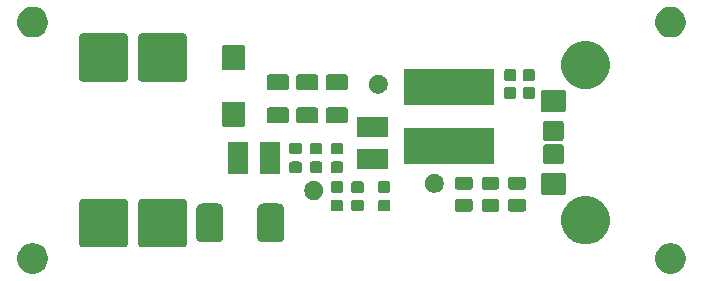
<source format=gbr>
G04 #@! TF.GenerationSoftware,KiCad,Pcbnew,5.0.2-bee76a0~70~ubuntu16.04.1*
G04 #@! TF.CreationDate,2019-02-21T23:56:22+01:00*
G04 #@! TF.ProjectId,24VDC_to_USB_voltage_converter,32345644-435f-4746-9f5f-5553425f766f,rev?*
G04 #@! TF.SameCoordinates,Original*
G04 #@! TF.FileFunction,Soldermask,Top*
G04 #@! TF.FilePolarity,Negative*
%FSLAX46Y46*%
G04 Gerber Fmt 4.6, Leading zero omitted, Abs format (unit mm)*
G04 Created by KiCad (PCBNEW 5.0.2-bee76a0~70~ubuntu16.04.1) date Thu 21 Feb 2019 11:56:22 PM CET*
%MOMM*%
%LPD*%
G01*
G04 APERTURE LIST*
%ADD10C,0.100000*%
G04 APERTURE END LIST*
D10*
G36*
X108379485Y-96498996D02*
X108379487Y-96498997D01*
X108379488Y-96498997D01*
X108497253Y-96547777D01*
X108616255Y-96597069D01*
X108829342Y-96739449D01*
X109010551Y-96920658D01*
X109152931Y-97133745D01*
X109251004Y-97370515D01*
X109301000Y-97621861D01*
X109301000Y-97878139D01*
X109251004Y-98129485D01*
X109152931Y-98366255D01*
X109010551Y-98579342D01*
X108829342Y-98760551D01*
X108829339Y-98760553D01*
X108616255Y-98902931D01*
X108379488Y-99001003D01*
X108379487Y-99001003D01*
X108379485Y-99001004D01*
X108128139Y-99051000D01*
X107871861Y-99051000D01*
X107620515Y-99001004D01*
X107620513Y-99001003D01*
X107620512Y-99001003D01*
X107383745Y-98902931D01*
X107170661Y-98760553D01*
X107170658Y-98760551D01*
X106989449Y-98579342D01*
X106847069Y-98366255D01*
X106748996Y-98129485D01*
X106699000Y-97878139D01*
X106699000Y-97621861D01*
X106748996Y-97370515D01*
X106847069Y-97133745D01*
X106989449Y-96920658D01*
X107170658Y-96739449D01*
X107383745Y-96597069D01*
X107502747Y-96547777D01*
X107620512Y-96498997D01*
X107620513Y-96498997D01*
X107620515Y-96498996D01*
X107871861Y-96449000D01*
X108128139Y-96449000D01*
X108379485Y-96498996D01*
X108379485Y-96498996D01*
G37*
G36*
X162379485Y-96498996D02*
X162379487Y-96498997D01*
X162379488Y-96498997D01*
X162497253Y-96547777D01*
X162616255Y-96597069D01*
X162829342Y-96739449D01*
X163010551Y-96920658D01*
X163152931Y-97133745D01*
X163251004Y-97370515D01*
X163301000Y-97621861D01*
X163301000Y-97878139D01*
X163251004Y-98129485D01*
X163152931Y-98366255D01*
X163010551Y-98579342D01*
X162829342Y-98760551D01*
X162829339Y-98760553D01*
X162616255Y-98902931D01*
X162379488Y-99001003D01*
X162379487Y-99001003D01*
X162379485Y-99001004D01*
X162128139Y-99051000D01*
X161871861Y-99051000D01*
X161620515Y-99001004D01*
X161620513Y-99001003D01*
X161620512Y-99001003D01*
X161383745Y-98902931D01*
X161170661Y-98760553D01*
X161170658Y-98760551D01*
X160989449Y-98579342D01*
X160847069Y-98366255D01*
X160748996Y-98129485D01*
X160699000Y-97878139D01*
X160699000Y-97621861D01*
X160748996Y-97370515D01*
X160847069Y-97133745D01*
X160989449Y-96920658D01*
X161170658Y-96739449D01*
X161383745Y-96597069D01*
X161502747Y-96547777D01*
X161620512Y-96498997D01*
X161620513Y-96498997D01*
X161620515Y-96498996D01*
X161871861Y-96449000D01*
X162128139Y-96449000D01*
X162379485Y-96498996D01*
X162379485Y-96498996D01*
G37*
G36*
X120801200Y-92705553D02*
X120859273Y-92723170D01*
X120912805Y-92751783D01*
X120959717Y-92790283D01*
X120998217Y-92837195D01*
X121026830Y-92890727D01*
X121044447Y-92948800D01*
X121051000Y-93015340D01*
X121051000Y-96484660D01*
X121044447Y-96551200D01*
X121026830Y-96609273D01*
X120998217Y-96662805D01*
X120959717Y-96709717D01*
X120912805Y-96748217D01*
X120859273Y-96776830D01*
X120801200Y-96794447D01*
X120734660Y-96801000D01*
X117265340Y-96801000D01*
X117198800Y-96794447D01*
X117140727Y-96776830D01*
X117087195Y-96748217D01*
X117040283Y-96709717D01*
X117001783Y-96662805D01*
X116973170Y-96609273D01*
X116955553Y-96551200D01*
X116949000Y-96484660D01*
X116949000Y-93015340D01*
X116955553Y-92948800D01*
X116973170Y-92890727D01*
X117001783Y-92837195D01*
X117040283Y-92790283D01*
X117087195Y-92751783D01*
X117140727Y-92723170D01*
X117198800Y-92705553D01*
X117265340Y-92699000D01*
X120734660Y-92699000D01*
X120801200Y-92705553D01*
X120801200Y-92705553D01*
G37*
G36*
X115801200Y-92705553D02*
X115859273Y-92723170D01*
X115912805Y-92751783D01*
X115959717Y-92790283D01*
X115998217Y-92837195D01*
X116026830Y-92890727D01*
X116044447Y-92948800D01*
X116051000Y-93015340D01*
X116051000Y-96484660D01*
X116044447Y-96551200D01*
X116026830Y-96609273D01*
X115998217Y-96662805D01*
X115959717Y-96709717D01*
X115912805Y-96748217D01*
X115859273Y-96776830D01*
X115801200Y-96794447D01*
X115734660Y-96801000D01*
X112265340Y-96801000D01*
X112198800Y-96794447D01*
X112140727Y-96776830D01*
X112087195Y-96748217D01*
X112040283Y-96709717D01*
X112001783Y-96662805D01*
X111973170Y-96609273D01*
X111955553Y-96551200D01*
X111949000Y-96484660D01*
X111949000Y-93015340D01*
X111955553Y-92948800D01*
X111973170Y-92890727D01*
X112001783Y-92837195D01*
X112040283Y-92790283D01*
X112087195Y-92751783D01*
X112140727Y-92723170D01*
X112198800Y-92705553D01*
X112265340Y-92699000D01*
X115734660Y-92699000D01*
X115801200Y-92705553D01*
X115801200Y-92705553D01*
G37*
G36*
X155398252Y-92547818D02*
X155398254Y-92547819D01*
X155398255Y-92547819D01*
X155771513Y-92702427D01*
X156023110Y-92870539D01*
X156107439Y-92926886D01*
X156393114Y-93212561D01*
X156393116Y-93212564D01*
X156617573Y-93548487D01*
X156772181Y-93921745D01*
X156851000Y-94317994D01*
X156851000Y-94722006D01*
X156772181Y-95118255D01*
X156617573Y-95491513D01*
X156617572Y-95491514D01*
X156393114Y-95827439D01*
X156107439Y-96113114D01*
X156107436Y-96113116D01*
X155771513Y-96337573D01*
X155398255Y-96492181D01*
X155398254Y-96492181D01*
X155398252Y-96492182D01*
X155002007Y-96571000D01*
X154597993Y-96571000D01*
X154201748Y-96492182D01*
X154201746Y-96492181D01*
X154201745Y-96492181D01*
X153828487Y-96337573D01*
X153492564Y-96113116D01*
X153492561Y-96113114D01*
X153206886Y-95827439D01*
X152982428Y-95491514D01*
X152982427Y-95491513D01*
X152827819Y-95118255D01*
X152749000Y-94722006D01*
X152749000Y-94317994D01*
X152827819Y-93921745D01*
X152982427Y-93548487D01*
X153206884Y-93212564D01*
X153206886Y-93212561D01*
X153492561Y-92926886D01*
X153576890Y-92870539D01*
X153828487Y-92702427D01*
X154201745Y-92547819D01*
X154201746Y-92547819D01*
X154201748Y-92547818D01*
X154597993Y-92469000D01*
X155002007Y-92469000D01*
X155398252Y-92547818D01*
X155398252Y-92547818D01*
G37*
G36*
X128887965Y-93109450D02*
X128984086Y-93138608D01*
X129072669Y-93185957D01*
X129150318Y-93249682D01*
X129214043Y-93327331D01*
X129261392Y-93415914D01*
X129290550Y-93512035D01*
X129301000Y-93618140D01*
X129301000Y-95881860D01*
X129290550Y-95987965D01*
X129261392Y-96084086D01*
X129214043Y-96172669D01*
X129150318Y-96250318D01*
X129072669Y-96314043D01*
X128984086Y-96361392D01*
X128887965Y-96390550D01*
X128781860Y-96401000D01*
X127518140Y-96401000D01*
X127412035Y-96390550D01*
X127315914Y-96361392D01*
X127227331Y-96314043D01*
X127149682Y-96250318D01*
X127085957Y-96172669D01*
X127038608Y-96084086D01*
X127009450Y-95987965D01*
X126999000Y-95881860D01*
X126999000Y-93618140D01*
X127009450Y-93512035D01*
X127038608Y-93415914D01*
X127085957Y-93327331D01*
X127149682Y-93249682D01*
X127227331Y-93185957D01*
X127315914Y-93138608D01*
X127412035Y-93109450D01*
X127518140Y-93099000D01*
X128781860Y-93099000D01*
X128887965Y-93109450D01*
X128887965Y-93109450D01*
G37*
G36*
X123737965Y-93109450D02*
X123834086Y-93138608D01*
X123922669Y-93185957D01*
X124000318Y-93249682D01*
X124064043Y-93327331D01*
X124111392Y-93415914D01*
X124140550Y-93512035D01*
X124151000Y-93618140D01*
X124151000Y-95881860D01*
X124140550Y-95987965D01*
X124111392Y-96084086D01*
X124064043Y-96172669D01*
X124000318Y-96250318D01*
X123922669Y-96314043D01*
X123834086Y-96361392D01*
X123737965Y-96390550D01*
X123631860Y-96401000D01*
X122368140Y-96401000D01*
X122262035Y-96390550D01*
X122165914Y-96361392D01*
X122077331Y-96314043D01*
X121999682Y-96250318D01*
X121935957Y-96172669D01*
X121888608Y-96084086D01*
X121859450Y-95987965D01*
X121849000Y-95881860D01*
X121849000Y-93618140D01*
X121859450Y-93512035D01*
X121888608Y-93415914D01*
X121935957Y-93327331D01*
X121999682Y-93249682D01*
X122077331Y-93185957D01*
X122165914Y-93138608D01*
X122262035Y-93109450D01*
X122368140Y-93099000D01*
X123631860Y-93099000D01*
X123737965Y-93109450D01*
X123737965Y-93109450D01*
G37*
G36*
X149584466Y-92728564D02*
X149623137Y-92740295D01*
X149658779Y-92759347D01*
X149690017Y-92784982D01*
X149715652Y-92816220D01*
X149734704Y-92851862D01*
X149746435Y-92890533D01*
X149751000Y-92936887D01*
X149751000Y-93588111D01*
X149746435Y-93634465D01*
X149734704Y-93673136D01*
X149715652Y-93708778D01*
X149690017Y-93740016D01*
X149658779Y-93765651D01*
X149623137Y-93784703D01*
X149584466Y-93796434D01*
X149538112Y-93800999D01*
X148461888Y-93800999D01*
X148415534Y-93796434D01*
X148376863Y-93784703D01*
X148341221Y-93765651D01*
X148309983Y-93740016D01*
X148284348Y-93708778D01*
X148265296Y-93673136D01*
X148253565Y-93634465D01*
X148249000Y-93588111D01*
X148249000Y-92936887D01*
X148253565Y-92890533D01*
X148265296Y-92851862D01*
X148284348Y-92816220D01*
X148309983Y-92784982D01*
X148341221Y-92759347D01*
X148376863Y-92740295D01*
X148415534Y-92728564D01*
X148461888Y-92723999D01*
X149538112Y-92723999D01*
X149584466Y-92728564D01*
X149584466Y-92728564D01*
G37*
G36*
X147334466Y-92728564D02*
X147373137Y-92740295D01*
X147408779Y-92759347D01*
X147440017Y-92784982D01*
X147465652Y-92816220D01*
X147484704Y-92851862D01*
X147496435Y-92890533D01*
X147501000Y-92936887D01*
X147501000Y-93588111D01*
X147496435Y-93634465D01*
X147484704Y-93673136D01*
X147465652Y-93708778D01*
X147440017Y-93740016D01*
X147408779Y-93765651D01*
X147373137Y-93784703D01*
X147334466Y-93796434D01*
X147288112Y-93800999D01*
X146211888Y-93800999D01*
X146165534Y-93796434D01*
X146126863Y-93784703D01*
X146091221Y-93765651D01*
X146059983Y-93740016D01*
X146034348Y-93708778D01*
X146015296Y-93673136D01*
X146003565Y-93634465D01*
X145999000Y-93588111D01*
X145999000Y-92936887D01*
X146003565Y-92890533D01*
X146015296Y-92851862D01*
X146034348Y-92816220D01*
X146059983Y-92784982D01*
X146091221Y-92759347D01*
X146126863Y-92740295D01*
X146165534Y-92728564D01*
X146211888Y-92723999D01*
X147288112Y-92723999D01*
X147334466Y-92728564D01*
X147334466Y-92728564D01*
G37*
G36*
X145084466Y-92728564D02*
X145123137Y-92740295D01*
X145158779Y-92759347D01*
X145190017Y-92784982D01*
X145215652Y-92816220D01*
X145234704Y-92851862D01*
X145246435Y-92890533D01*
X145251000Y-92936887D01*
X145251000Y-93588111D01*
X145246435Y-93634465D01*
X145234704Y-93673136D01*
X145215652Y-93708778D01*
X145190017Y-93740016D01*
X145158779Y-93765651D01*
X145123137Y-93784703D01*
X145084466Y-93796434D01*
X145038112Y-93800999D01*
X143961888Y-93800999D01*
X143915534Y-93796434D01*
X143876863Y-93784703D01*
X143841221Y-93765651D01*
X143809983Y-93740016D01*
X143784348Y-93708778D01*
X143765296Y-93673136D01*
X143753565Y-93634465D01*
X143749000Y-93588111D01*
X143749000Y-92936887D01*
X143753565Y-92890533D01*
X143765296Y-92851862D01*
X143784348Y-92816220D01*
X143809983Y-92784982D01*
X143841221Y-92759347D01*
X143876863Y-92740295D01*
X143915534Y-92728564D01*
X143961888Y-92723999D01*
X145038112Y-92723999D01*
X145084466Y-92728564D01*
X145084466Y-92728564D01*
G37*
G36*
X135879591Y-92803085D02*
X135913569Y-92813393D01*
X135944887Y-92830133D01*
X135972339Y-92852661D01*
X135994867Y-92880113D01*
X136011607Y-92911431D01*
X136021915Y-92945409D01*
X136026000Y-92986890D01*
X136026000Y-93588110D01*
X136021915Y-93629591D01*
X136011607Y-93663569D01*
X135994867Y-93694887D01*
X135972339Y-93722339D01*
X135944887Y-93744867D01*
X135913569Y-93761607D01*
X135879591Y-93771915D01*
X135838110Y-93776000D01*
X135161890Y-93776000D01*
X135120409Y-93771915D01*
X135086431Y-93761607D01*
X135055113Y-93744867D01*
X135027661Y-93722339D01*
X135005133Y-93694887D01*
X134988393Y-93663569D01*
X134978085Y-93629591D01*
X134974000Y-93588110D01*
X134974000Y-92986890D01*
X134978085Y-92945409D01*
X134988393Y-92911431D01*
X135005133Y-92880113D01*
X135027661Y-92852661D01*
X135055113Y-92830133D01*
X135086431Y-92813393D01*
X135120409Y-92803085D01*
X135161890Y-92799000D01*
X135838110Y-92799000D01*
X135879591Y-92803085D01*
X135879591Y-92803085D01*
G37*
G36*
X138129591Y-92803085D02*
X138163569Y-92813393D01*
X138194887Y-92830133D01*
X138222339Y-92852661D01*
X138244867Y-92880113D01*
X138261607Y-92911431D01*
X138271915Y-92945409D01*
X138276000Y-92986890D01*
X138276000Y-93588110D01*
X138271915Y-93629591D01*
X138261607Y-93663569D01*
X138244867Y-93694887D01*
X138222339Y-93722339D01*
X138194887Y-93744867D01*
X138163569Y-93761607D01*
X138129591Y-93771915D01*
X138088110Y-93776000D01*
X137411890Y-93776000D01*
X137370409Y-93771915D01*
X137336431Y-93761607D01*
X137305113Y-93744867D01*
X137277661Y-93722339D01*
X137255133Y-93694887D01*
X137238393Y-93663569D01*
X137228085Y-93629591D01*
X137224000Y-93588110D01*
X137224000Y-92986890D01*
X137228085Y-92945409D01*
X137238393Y-92911431D01*
X137255133Y-92880113D01*
X137277661Y-92852661D01*
X137305113Y-92830133D01*
X137336431Y-92813393D01*
X137370409Y-92803085D01*
X137411890Y-92799000D01*
X138088110Y-92799000D01*
X138129591Y-92803085D01*
X138129591Y-92803085D01*
G37*
G36*
X134129591Y-92803085D02*
X134163569Y-92813393D01*
X134194887Y-92830133D01*
X134222339Y-92852661D01*
X134244867Y-92880113D01*
X134261607Y-92911431D01*
X134271915Y-92945409D01*
X134276000Y-92986890D01*
X134276000Y-93588110D01*
X134271915Y-93629591D01*
X134261607Y-93663569D01*
X134244867Y-93694887D01*
X134222339Y-93722339D01*
X134194887Y-93744867D01*
X134163569Y-93761607D01*
X134129591Y-93771915D01*
X134088110Y-93776000D01*
X133411890Y-93776000D01*
X133370409Y-93771915D01*
X133336431Y-93761607D01*
X133305113Y-93744867D01*
X133277661Y-93722339D01*
X133255133Y-93694887D01*
X133238393Y-93663569D01*
X133228085Y-93629591D01*
X133224000Y-93588110D01*
X133224000Y-92986890D01*
X133228085Y-92945409D01*
X133238393Y-92911431D01*
X133255133Y-92880113D01*
X133277661Y-92852661D01*
X133305113Y-92830133D01*
X133336431Y-92813393D01*
X133370409Y-92803085D01*
X133411890Y-92799000D01*
X134088110Y-92799000D01*
X134129591Y-92803085D01*
X134129591Y-92803085D01*
G37*
G36*
X132033643Y-91229781D02*
X132179415Y-91290162D01*
X132310611Y-91377824D01*
X132422176Y-91489389D01*
X132509838Y-91620585D01*
X132570219Y-91766357D01*
X132601000Y-91921107D01*
X132601000Y-92078893D01*
X132570219Y-92233643D01*
X132509838Y-92379415D01*
X132422176Y-92510611D01*
X132310611Y-92622176D01*
X132179415Y-92709838D01*
X132033643Y-92770219D01*
X131878893Y-92801000D01*
X131721107Y-92801000D01*
X131566357Y-92770219D01*
X131420585Y-92709838D01*
X131289389Y-92622176D01*
X131177824Y-92510611D01*
X131090162Y-92379415D01*
X131029781Y-92233643D01*
X130999000Y-92078893D01*
X130999000Y-91921107D01*
X131029781Y-91766357D01*
X131090162Y-91620585D01*
X131177824Y-91489389D01*
X131289389Y-91377824D01*
X131420585Y-91290162D01*
X131566357Y-91229781D01*
X131721107Y-91199000D01*
X131878893Y-91199000D01*
X132033643Y-91229781D01*
X132033643Y-91229781D01*
G37*
G36*
X152981669Y-90503394D02*
X153018664Y-90514616D01*
X153052754Y-90532838D01*
X153082638Y-90557362D01*
X153107162Y-90587246D01*
X153125384Y-90621336D01*
X153136606Y-90658331D01*
X153141000Y-90702941D01*
X153141000Y-92197059D01*
X153136606Y-92241669D01*
X153125384Y-92278664D01*
X153107162Y-92312754D01*
X153082638Y-92342638D01*
X153052754Y-92367162D01*
X153018664Y-92385384D01*
X152981669Y-92396606D01*
X152937059Y-92401000D01*
X151242941Y-92401000D01*
X151198331Y-92396606D01*
X151161336Y-92385384D01*
X151127246Y-92367162D01*
X151097362Y-92342638D01*
X151072838Y-92312754D01*
X151054616Y-92278664D01*
X151043394Y-92241669D01*
X151039000Y-92197059D01*
X151039000Y-90702941D01*
X151043394Y-90658331D01*
X151054616Y-90621336D01*
X151072838Y-90587246D01*
X151097362Y-90557362D01*
X151127246Y-90532838D01*
X151161336Y-90514616D01*
X151198331Y-90503394D01*
X151242941Y-90499000D01*
X152937059Y-90499000D01*
X152981669Y-90503394D01*
X152981669Y-90503394D01*
G37*
G36*
X134129591Y-91228085D02*
X134163569Y-91238393D01*
X134194887Y-91255133D01*
X134222339Y-91277661D01*
X134244867Y-91305113D01*
X134261607Y-91336431D01*
X134271915Y-91370409D01*
X134276000Y-91411890D01*
X134276000Y-92013110D01*
X134271915Y-92054591D01*
X134261607Y-92088569D01*
X134244867Y-92119887D01*
X134222339Y-92147339D01*
X134194887Y-92169867D01*
X134163569Y-92186607D01*
X134129591Y-92196915D01*
X134088110Y-92201000D01*
X133411890Y-92201000D01*
X133370409Y-92196915D01*
X133336431Y-92186607D01*
X133305113Y-92169867D01*
X133277661Y-92147339D01*
X133255133Y-92119887D01*
X133238393Y-92088569D01*
X133228085Y-92054591D01*
X133224000Y-92013110D01*
X133224000Y-91411890D01*
X133228085Y-91370409D01*
X133238393Y-91336431D01*
X133255133Y-91305113D01*
X133277661Y-91277661D01*
X133305113Y-91255133D01*
X133336431Y-91238393D01*
X133370409Y-91228085D01*
X133411890Y-91224000D01*
X134088110Y-91224000D01*
X134129591Y-91228085D01*
X134129591Y-91228085D01*
G37*
G36*
X142233643Y-90629781D02*
X142379415Y-90690162D01*
X142510611Y-90777824D01*
X142622176Y-90889389D01*
X142709838Y-91020585D01*
X142770219Y-91166357D01*
X142801000Y-91321107D01*
X142801000Y-91478893D01*
X142770219Y-91633643D01*
X142709838Y-91779415D01*
X142622176Y-91910611D01*
X142510611Y-92022176D01*
X142379415Y-92109838D01*
X142233643Y-92170219D01*
X142078893Y-92201000D01*
X141921107Y-92201000D01*
X141766357Y-92170219D01*
X141620585Y-92109838D01*
X141489389Y-92022176D01*
X141377824Y-91910611D01*
X141290162Y-91779415D01*
X141229781Y-91633643D01*
X141199000Y-91478893D01*
X141199000Y-91321107D01*
X141229781Y-91166357D01*
X141290162Y-91020585D01*
X141377824Y-90889389D01*
X141489389Y-90777824D01*
X141620585Y-90690162D01*
X141766357Y-90629781D01*
X141921107Y-90599000D01*
X142078893Y-90599000D01*
X142233643Y-90629781D01*
X142233643Y-90629781D01*
G37*
G36*
X138129591Y-91228085D02*
X138163569Y-91238393D01*
X138194887Y-91255133D01*
X138222339Y-91277661D01*
X138244867Y-91305113D01*
X138261607Y-91336431D01*
X138271915Y-91370409D01*
X138276000Y-91411890D01*
X138276000Y-92013110D01*
X138271915Y-92054591D01*
X138261607Y-92088569D01*
X138244867Y-92119887D01*
X138222339Y-92147339D01*
X138194887Y-92169867D01*
X138163569Y-92186607D01*
X138129591Y-92196915D01*
X138088110Y-92201000D01*
X137411890Y-92201000D01*
X137370409Y-92196915D01*
X137336431Y-92186607D01*
X137305113Y-92169867D01*
X137277661Y-92147339D01*
X137255133Y-92119887D01*
X137238393Y-92088569D01*
X137228085Y-92054591D01*
X137224000Y-92013110D01*
X137224000Y-91411890D01*
X137228085Y-91370409D01*
X137238393Y-91336431D01*
X137255133Y-91305113D01*
X137277661Y-91277661D01*
X137305113Y-91255133D01*
X137336431Y-91238393D01*
X137370409Y-91228085D01*
X137411890Y-91224000D01*
X138088110Y-91224000D01*
X138129591Y-91228085D01*
X138129591Y-91228085D01*
G37*
G36*
X135879591Y-91228085D02*
X135913569Y-91238393D01*
X135944887Y-91255133D01*
X135972339Y-91277661D01*
X135994867Y-91305113D01*
X136011607Y-91336431D01*
X136021915Y-91370409D01*
X136026000Y-91411890D01*
X136026000Y-92013110D01*
X136021915Y-92054591D01*
X136011607Y-92088569D01*
X135994867Y-92119887D01*
X135972339Y-92147339D01*
X135944887Y-92169867D01*
X135913569Y-92186607D01*
X135879591Y-92196915D01*
X135838110Y-92201000D01*
X135161890Y-92201000D01*
X135120409Y-92196915D01*
X135086431Y-92186607D01*
X135055113Y-92169867D01*
X135027661Y-92147339D01*
X135005133Y-92119887D01*
X134988393Y-92088569D01*
X134978085Y-92054591D01*
X134974000Y-92013110D01*
X134974000Y-91411890D01*
X134978085Y-91370409D01*
X134988393Y-91336431D01*
X135005133Y-91305113D01*
X135027661Y-91277661D01*
X135055113Y-91255133D01*
X135086431Y-91238393D01*
X135120409Y-91228085D01*
X135161890Y-91224000D01*
X135838110Y-91224000D01*
X135879591Y-91228085D01*
X135879591Y-91228085D01*
G37*
G36*
X145084466Y-90853564D02*
X145123137Y-90865295D01*
X145158779Y-90884347D01*
X145190017Y-90909982D01*
X145215652Y-90941220D01*
X145234704Y-90976862D01*
X145246435Y-91015533D01*
X145251000Y-91061887D01*
X145251000Y-91713111D01*
X145246435Y-91759465D01*
X145234704Y-91798136D01*
X145215652Y-91833778D01*
X145190017Y-91865016D01*
X145158779Y-91890651D01*
X145123137Y-91909703D01*
X145084466Y-91921434D01*
X145038112Y-91925999D01*
X143961888Y-91925999D01*
X143915534Y-91921434D01*
X143876863Y-91909703D01*
X143841221Y-91890651D01*
X143809983Y-91865016D01*
X143784348Y-91833778D01*
X143765296Y-91798136D01*
X143753565Y-91759465D01*
X143749000Y-91713111D01*
X143749000Y-91061887D01*
X143753565Y-91015533D01*
X143765296Y-90976862D01*
X143784348Y-90941220D01*
X143809983Y-90909982D01*
X143841221Y-90884347D01*
X143876863Y-90865295D01*
X143915534Y-90853564D01*
X143961888Y-90848999D01*
X145038112Y-90848999D01*
X145084466Y-90853564D01*
X145084466Y-90853564D01*
G37*
G36*
X147334466Y-90853564D02*
X147373137Y-90865295D01*
X147408779Y-90884347D01*
X147440017Y-90909982D01*
X147465652Y-90941220D01*
X147484704Y-90976862D01*
X147496435Y-91015533D01*
X147501000Y-91061887D01*
X147501000Y-91713111D01*
X147496435Y-91759465D01*
X147484704Y-91798136D01*
X147465652Y-91833778D01*
X147440017Y-91865016D01*
X147408779Y-91890651D01*
X147373137Y-91909703D01*
X147334466Y-91921434D01*
X147288112Y-91925999D01*
X146211888Y-91925999D01*
X146165534Y-91921434D01*
X146126863Y-91909703D01*
X146091221Y-91890651D01*
X146059983Y-91865016D01*
X146034348Y-91833778D01*
X146015296Y-91798136D01*
X146003565Y-91759465D01*
X145999000Y-91713111D01*
X145999000Y-91061887D01*
X146003565Y-91015533D01*
X146015296Y-90976862D01*
X146034348Y-90941220D01*
X146059983Y-90909982D01*
X146091221Y-90884347D01*
X146126863Y-90865295D01*
X146165534Y-90853564D01*
X146211888Y-90848999D01*
X147288112Y-90848999D01*
X147334466Y-90853564D01*
X147334466Y-90853564D01*
G37*
G36*
X149584466Y-90853564D02*
X149623137Y-90865295D01*
X149658779Y-90884347D01*
X149690017Y-90909982D01*
X149715652Y-90941220D01*
X149734704Y-90976862D01*
X149746435Y-91015533D01*
X149751000Y-91061887D01*
X149751000Y-91713111D01*
X149746435Y-91759465D01*
X149734704Y-91798136D01*
X149715652Y-91833778D01*
X149690017Y-91865016D01*
X149658779Y-91890651D01*
X149623137Y-91909703D01*
X149584466Y-91921434D01*
X149538112Y-91925999D01*
X148461888Y-91925999D01*
X148415534Y-91921434D01*
X148376863Y-91909703D01*
X148341221Y-91890651D01*
X148309983Y-91865016D01*
X148284348Y-91833778D01*
X148265296Y-91798136D01*
X148253565Y-91759465D01*
X148249000Y-91713111D01*
X148249000Y-91061887D01*
X148253565Y-91015533D01*
X148265296Y-90976862D01*
X148284348Y-90941220D01*
X148309983Y-90909982D01*
X148341221Y-90884347D01*
X148376863Y-90865295D01*
X148415534Y-90853564D01*
X148461888Y-90848999D01*
X149538112Y-90848999D01*
X149584466Y-90853564D01*
X149584466Y-90853564D01*
G37*
G36*
X126231000Y-90576000D02*
X124569000Y-90576000D01*
X124569000Y-87924000D01*
X126231000Y-87924000D01*
X126231000Y-90576000D01*
X126231000Y-90576000D01*
G37*
G36*
X128931000Y-90576000D02*
X127269000Y-90576000D01*
X127269000Y-87924000D01*
X128931000Y-87924000D01*
X128931000Y-90576000D01*
X128931000Y-90576000D01*
G37*
G36*
X134129591Y-89553085D02*
X134163569Y-89563393D01*
X134194887Y-89580133D01*
X134222339Y-89602661D01*
X134244867Y-89630113D01*
X134261607Y-89661431D01*
X134271915Y-89695409D01*
X134276000Y-89736890D01*
X134276000Y-90338110D01*
X134271915Y-90379591D01*
X134261607Y-90413569D01*
X134244867Y-90444887D01*
X134222339Y-90472339D01*
X134194887Y-90494867D01*
X134163569Y-90511607D01*
X134129591Y-90521915D01*
X134088110Y-90526000D01*
X133411890Y-90526000D01*
X133370409Y-90521915D01*
X133336431Y-90511607D01*
X133305113Y-90494867D01*
X133277661Y-90472339D01*
X133255133Y-90444887D01*
X133238393Y-90413569D01*
X133228085Y-90379591D01*
X133224000Y-90338110D01*
X133224000Y-89736890D01*
X133228085Y-89695409D01*
X133238393Y-89661431D01*
X133255133Y-89630113D01*
X133277661Y-89602661D01*
X133305113Y-89580133D01*
X133336431Y-89563393D01*
X133370409Y-89553085D01*
X133411890Y-89549000D01*
X134088110Y-89549000D01*
X134129591Y-89553085D01*
X134129591Y-89553085D01*
G37*
G36*
X130629591Y-89553085D02*
X130663569Y-89563393D01*
X130694887Y-89580133D01*
X130722339Y-89602661D01*
X130744867Y-89630113D01*
X130761607Y-89661431D01*
X130771915Y-89695409D01*
X130776000Y-89736890D01*
X130776000Y-90338110D01*
X130771915Y-90379591D01*
X130761607Y-90413569D01*
X130744867Y-90444887D01*
X130722339Y-90472339D01*
X130694887Y-90494867D01*
X130663569Y-90511607D01*
X130629591Y-90521915D01*
X130588110Y-90526000D01*
X129911890Y-90526000D01*
X129870409Y-90521915D01*
X129836431Y-90511607D01*
X129805113Y-90494867D01*
X129777661Y-90472339D01*
X129755133Y-90444887D01*
X129738393Y-90413569D01*
X129728085Y-90379591D01*
X129724000Y-90338110D01*
X129724000Y-89736890D01*
X129728085Y-89695409D01*
X129738393Y-89661431D01*
X129755133Y-89630113D01*
X129777661Y-89602661D01*
X129805113Y-89580133D01*
X129836431Y-89563393D01*
X129870409Y-89553085D01*
X129911890Y-89549000D01*
X130588110Y-89549000D01*
X130629591Y-89553085D01*
X130629591Y-89553085D01*
G37*
G36*
X132379591Y-89553085D02*
X132413569Y-89563393D01*
X132444887Y-89580133D01*
X132472339Y-89602661D01*
X132494867Y-89630113D01*
X132511607Y-89661431D01*
X132521915Y-89695409D01*
X132526000Y-89736890D01*
X132526000Y-90338110D01*
X132521915Y-90379591D01*
X132511607Y-90413569D01*
X132494867Y-90444887D01*
X132472339Y-90472339D01*
X132444887Y-90494867D01*
X132413569Y-90511607D01*
X132379591Y-90521915D01*
X132338110Y-90526000D01*
X131661890Y-90526000D01*
X131620409Y-90521915D01*
X131586431Y-90511607D01*
X131555113Y-90494867D01*
X131527661Y-90472339D01*
X131505133Y-90444887D01*
X131488393Y-90413569D01*
X131478085Y-90379591D01*
X131474000Y-90338110D01*
X131474000Y-89736890D01*
X131478085Y-89695409D01*
X131488393Y-89661431D01*
X131505133Y-89630113D01*
X131527661Y-89602661D01*
X131555113Y-89580133D01*
X131586431Y-89563393D01*
X131620409Y-89553085D01*
X131661890Y-89549000D01*
X132338110Y-89549000D01*
X132379591Y-89553085D01*
X132379591Y-89553085D01*
G37*
G36*
X138076000Y-90181000D02*
X135424000Y-90181000D01*
X135424000Y-88519000D01*
X138076000Y-88519000D01*
X138076000Y-90181000D01*
X138076000Y-90181000D01*
G37*
G36*
X152805816Y-88102817D02*
X152837184Y-88112332D01*
X152866090Y-88127783D01*
X152891425Y-88148575D01*
X152912217Y-88173910D01*
X152927668Y-88202816D01*
X152937183Y-88234184D01*
X152941000Y-88272940D01*
X152941000Y-89627060D01*
X152937183Y-89665816D01*
X152927668Y-89697184D01*
X152912217Y-89726090D01*
X152891425Y-89751425D01*
X152866090Y-89772217D01*
X152837184Y-89787668D01*
X152805816Y-89797183D01*
X152767060Y-89801000D01*
X151412940Y-89801000D01*
X151374184Y-89797183D01*
X151342816Y-89787668D01*
X151313910Y-89772217D01*
X151288575Y-89751425D01*
X151267783Y-89726090D01*
X151252332Y-89697184D01*
X151242817Y-89665816D01*
X151239000Y-89627060D01*
X151239000Y-88272940D01*
X151242817Y-88234184D01*
X151252332Y-88202816D01*
X151267783Y-88173910D01*
X151288575Y-88148575D01*
X151313910Y-88127783D01*
X151342816Y-88112332D01*
X151374184Y-88102817D01*
X151412940Y-88099000D01*
X152767060Y-88099000D01*
X152805816Y-88102817D01*
X152805816Y-88102817D01*
G37*
G36*
X147051000Y-89801000D02*
X139449000Y-89801000D01*
X139449000Y-86699000D01*
X147051000Y-86699000D01*
X147051000Y-89801000D01*
X147051000Y-89801000D01*
G37*
G36*
X130629591Y-87978085D02*
X130663569Y-87988393D01*
X130694887Y-88005133D01*
X130722339Y-88027661D01*
X130744867Y-88055113D01*
X130761607Y-88086431D01*
X130771915Y-88120409D01*
X130776000Y-88161890D01*
X130776000Y-88763110D01*
X130771915Y-88804591D01*
X130761607Y-88838569D01*
X130744867Y-88869887D01*
X130722339Y-88897339D01*
X130694887Y-88919867D01*
X130663569Y-88936607D01*
X130629591Y-88946915D01*
X130588110Y-88951000D01*
X129911890Y-88951000D01*
X129870409Y-88946915D01*
X129836431Y-88936607D01*
X129805113Y-88919867D01*
X129777661Y-88897339D01*
X129755133Y-88869887D01*
X129738393Y-88838569D01*
X129728085Y-88804591D01*
X129724000Y-88763110D01*
X129724000Y-88161890D01*
X129728085Y-88120409D01*
X129738393Y-88086431D01*
X129755133Y-88055113D01*
X129777661Y-88027661D01*
X129805113Y-88005133D01*
X129836431Y-87988393D01*
X129870409Y-87978085D01*
X129911890Y-87974000D01*
X130588110Y-87974000D01*
X130629591Y-87978085D01*
X130629591Y-87978085D01*
G37*
G36*
X132379591Y-87978085D02*
X132413569Y-87988393D01*
X132444887Y-88005133D01*
X132472339Y-88027661D01*
X132494867Y-88055113D01*
X132511607Y-88086431D01*
X132521915Y-88120409D01*
X132526000Y-88161890D01*
X132526000Y-88763110D01*
X132521915Y-88804591D01*
X132511607Y-88838569D01*
X132494867Y-88869887D01*
X132472339Y-88897339D01*
X132444887Y-88919867D01*
X132413569Y-88936607D01*
X132379591Y-88946915D01*
X132338110Y-88951000D01*
X131661890Y-88951000D01*
X131620409Y-88946915D01*
X131586431Y-88936607D01*
X131555113Y-88919867D01*
X131527661Y-88897339D01*
X131505133Y-88869887D01*
X131488393Y-88838569D01*
X131478085Y-88804591D01*
X131474000Y-88763110D01*
X131474000Y-88161890D01*
X131478085Y-88120409D01*
X131488393Y-88086431D01*
X131505133Y-88055113D01*
X131527661Y-88027661D01*
X131555113Y-88005133D01*
X131586431Y-87988393D01*
X131620409Y-87978085D01*
X131661890Y-87974000D01*
X132338110Y-87974000D01*
X132379591Y-87978085D01*
X132379591Y-87978085D01*
G37*
G36*
X134129591Y-87978085D02*
X134163569Y-87988393D01*
X134194887Y-88005133D01*
X134222339Y-88027661D01*
X134244867Y-88055113D01*
X134261607Y-88086431D01*
X134271915Y-88120409D01*
X134276000Y-88161890D01*
X134276000Y-88763110D01*
X134271915Y-88804591D01*
X134261607Y-88838569D01*
X134244867Y-88869887D01*
X134222339Y-88897339D01*
X134194887Y-88919867D01*
X134163569Y-88936607D01*
X134129591Y-88946915D01*
X134088110Y-88951000D01*
X133411890Y-88951000D01*
X133370409Y-88946915D01*
X133336431Y-88936607D01*
X133305113Y-88919867D01*
X133277661Y-88897339D01*
X133255133Y-88869887D01*
X133238393Y-88838569D01*
X133228085Y-88804591D01*
X133224000Y-88763110D01*
X133224000Y-88161890D01*
X133228085Y-88120409D01*
X133238393Y-88086431D01*
X133255133Y-88055113D01*
X133277661Y-88027661D01*
X133305113Y-88005133D01*
X133336431Y-87988393D01*
X133370409Y-87978085D01*
X133411890Y-87974000D01*
X134088110Y-87974000D01*
X134129591Y-87978085D01*
X134129591Y-87978085D01*
G37*
G36*
X152805816Y-86102817D02*
X152837184Y-86112332D01*
X152866090Y-86127783D01*
X152891425Y-86148575D01*
X152912217Y-86173910D01*
X152927668Y-86202816D01*
X152937183Y-86234184D01*
X152941000Y-86272940D01*
X152941000Y-87627060D01*
X152937183Y-87665816D01*
X152927668Y-87697184D01*
X152912217Y-87726090D01*
X152891425Y-87751425D01*
X152866090Y-87772217D01*
X152837184Y-87787668D01*
X152805816Y-87797183D01*
X152767060Y-87801000D01*
X151412940Y-87801000D01*
X151374184Y-87797183D01*
X151342816Y-87787668D01*
X151313910Y-87772217D01*
X151288575Y-87751425D01*
X151267783Y-87726090D01*
X151252332Y-87697184D01*
X151242817Y-87665816D01*
X151239000Y-87627060D01*
X151239000Y-86272940D01*
X151242817Y-86234184D01*
X151252332Y-86202816D01*
X151267783Y-86173910D01*
X151288575Y-86148575D01*
X151313910Y-86127783D01*
X151342816Y-86112332D01*
X151374184Y-86102817D01*
X151412940Y-86099000D01*
X152767060Y-86099000D01*
X152805816Y-86102817D01*
X152805816Y-86102817D01*
G37*
G36*
X138076000Y-87481000D02*
X135424000Y-87481000D01*
X135424000Y-85819000D01*
X138076000Y-85819000D01*
X138076000Y-87481000D01*
X138076000Y-87481000D01*
G37*
G36*
X125878277Y-84501326D02*
X125895087Y-84506425D01*
X125910578Y-84514706D01*
X125924153Y-84525847D01*
X125935294Y-84539422D01*
X125943575Y-84554913D01*
X125948674Y-84571723D01*
X125951000Y-84595340D01*
X125951000Y-86504660D01*
X125948674Y-86528277D01*
X125943575Y-86545087D01*
X125935294Y-86560578D01*
X125924153Y-86574153D01*
X125910578Y-86585294D01*
X125895087Y-86593575D01*
X125878277Y-86598674D01*
X125854660Y-86601000D01*
X124145340Y-86601000D01*
X124121723Y-86598674D01*
X124104913Y-86593575D01*
X124089422Y-86585294D01*
X124075847Y-86574153D01*
X124064706Y-86560578D01*
X124056425Y-86545087D01*
X124051326Y-86528277D01*
X124049000Y-86504660D01*
X124049000Y-84595340D01*
X124051326Y-84571723D01*
X124056425Y-84554913D01*
X124064706Y-84539422D01*
X124075847Y-84525847D01*
X124089422Y-84514706D01*
X124104913Y-84506425D01*
X124121723Y-84501326D01*
X124145340Y-84499000D01*
X125854660Y-84499000D01*
X125878277Y-84501326D01*
X125878277Y-84501326D01*
G37*
G36*
X134518604Y-84978347D02*
X134555145Y-84989432D01*
X134588820Y-85007431D01*
X134618341Y-85031659D01*
X134642569Y-85061180D01*
X134660568Y-85094855D01*
X134671653Y-85131396D01*
X134676000Y-85175538D01*
X134676000Y-86124462D01*
X134671653Y-86168604D01*
X134660568Y-86205145D01*
X134642569Y-86238820D01*
X134618341Y-86268341D01*
X134588820Y-86292569D01*
X134555145Y-86310568D01*
X134518604Y-86321653D01*
X134474462Y-86326000D01*
X133025538Y-86326000D01*
X132981396Y-86321653D01*
X132944855Y-86310568D01*
X132911180Y-86292569D01*
X132881659Y-86268341D01*
X132857431Y-86238820D01*
X132839432Y-86205145D01*
X132828347Y-86168604D01*
X132824000Y-86124462D01*
X132824000Y-85175538D01*
X132828347Y-85131396D01*
X132839432Y-85094855D01*
X132857431Y-85061180D01*
X132881659Y-85031659D01*
X132911180Y-85007431D01*
X132944855Y-84989432D01*
X132981396Y-84978347D01*
X133025538Y-84974000D01*
X134474462Y-84974000D01*
X134518604Y-84978347D01*
X134518604Y-84978347D01*
G37*
G36*
X129518604Y-84978347D02*
X129555145Y-84989432D01*
X129588820Y-85007431D01*
X129618341Y-85031659D01*
X129642569Y-85061180D01*
X129660568Y-85094855D01*
X129671653Y-85131396D01*
X129676000Y-85175538D01*
X129676000Y-86124462D01*
X129671653Y-86168604D01*
X129660568Y-86205145D01*
X129642569Y-86238820D01*
X129618341Y-86268341D01*
X129588820Y-86292569D01*
X129555145Y-86310568D01*
X129518604Y-86321653D01*
X129474462Y-86326000D01*
X128025538Y-86326000D01*
X127981396Y-86321653D01*
X127944855Y-86310568D01*
X127911180Y-86292569D01*
X127881659Y-86268341D01*
X127857431Y-86238820D01*
X127839432Y-86205145D01*
X127828347Y-86168604D01*
X127824000Y-86124462D01*
X127824000Y-85175538D01*
X127828347Y-85131396D01*
X127839432Y-85094855D01*
X127857431Y-85061180D01*
X127881659Y-85031659D01*
X127911180Y-85007431D01*
X127944855Y-84989432D01*
X127981396Y-84978347D01*
X128025538Y-84974000D01*
X129474462Y-84974000D01*
X129518604Y-84978347D01*
X129518604Y-84978347D01*
G37*
G36*
X132018604Y-84978347D02*
X132055145Y-84989432D01*
X132088820Y-85007431D01*
X132118341Y-85031659D01*
X132142569Y-85061180D01*
X132160568Y-85094855D01*
X132171653Y-85131396D01*
X132176000Y-85175538D01*
X132176000Y-86124462D01*
X132171653Y-86168604D01*
X132160568Y-86205145D01*
X132142569Y-86238820D01*
X132118341Y-86268341D01*
X132088820Y-86292569D01*
X132055145Y-86310568D01*
X132018604Y-86321653D01*
X131974462Y-86326000D01*
X130525538Y-86326000D01*
X130481396Y-86321653D01*
X130444855Y-86310568D01*
X130411180Y-86292569D01*
X130381659Y-86268341D01*
X130357431Y-86238820D01*
X130339432Y-86205145D01*
X130328347Y-86168604D01*
X130324000Y-86124462D01*
X130324000Y-85175538D01*
X130328347Y-85131396D01*
X130339432Y-85094855D01*
X130357431Y-85061180D01*
X130381659Y-85031659D01*
X130411180Y-85007431D01*
X130444855Y-84989432D01*
X130481396Y-84978347D01*
X130525538Y-84974000D01*
X131974462Y-84974000D01*
X132018604Y-84978347D01*
X132018604Y-84978347D01*
G37*
G36*
X152981669Y-83503394D02*
X153018664Y-83514616D01*
X153052754Y-83532838D01*
X153082638Y-83557362D01*
X153107162Y-83587246D01*
X153125384Y-83621336D01*
X153136606Y-83658331D01*
X153141000Y-83702941D01*
X153141000Y-85197059D01*
X153136606Y-85241669D01*
X153125384Y-85278664D01*
X153107162Y-85312754D01*
X153082638Y-85342638D01*
X153052754Y-85367162D01*
X153018664Y-85385384D01*
X152981669Y-85396606D01*
X152937059Y-85401000D01*
X151242941Y-85401000D01*
X151198331Y-85396606D01*
X151161336Y-85385384D01*
X151127246Y-85367162D01*
X151097362Y-85342638D01*
X151072838Y-85312754D01*
X151054616Y-85278664D01*
X151043394Y-85241669D01*
X151039000Y-85197059D01*
X151039000Y-83702941D01*
X151043394Y-83658331D01*
X151054616Y-83621336D01*
X151072838Y-83587246D01*
X151097362Y-83557362D01*
X151127246Y-83532838D01*
X151161336Y-83514616D01*
X151198331Y-83503394D01*
X151242941Y-83499000D01*
X152937059Y-83499000D01*
X152981669Y-83503394D01*
X152981669Y-83503394D01*
G37*
G36*
X147051000Y-84801000D02*
X139449000Y-84801000D01*
X139449000Y-81699000D01*
X147051000Y-81699000D01*
X147051000Y-84801000D01*
X147051000Y-84801000D01*
G37*
G36*
X150346399Y-83209392D02*
X150380377Y-83219700D01*
X150411695Y-83236440D01*
X150439147Y-83258968D01*
X150461675Y-83286420D01*
X150478415Y-83317738D01*
X150488723Y-83351716D01*
X150492808Y-83393197D01*
X150492808Y-84069417D01*
X150488723Y-84110898D01*
X150478415Y-84144876D01*
X150461675Y-84176194D01*
X150439147Y-84203646D01*
X150411695Y-84226174D01*
X150380377Y-84242914D01*
X150346399Y-84253222D01*
X150304918Y-84257307D01*
X149703698Y-84257307D01*
X149662217Y-84253222D01*
X149628239Y-84242914D01*
X149596921Y-84226174D01*
X149569469Y-84203646D01*
X149546941Y-84176194D01*
X149530201Y-84144876D01*
X149519893Y-84110898D01*
X149515808Y-84069417D01*
X149515808Y-83393197D01*
X149519893Y-83351716D01*
X149530201Y-83317738D01*
X149546941Y-83286420D01*
X149569469Y-83258968D01*
X149596921Y-83236440D01*
X149628239Y-83219700D01*
X149662217Y-83209392D01*
X149703698Y-83205307D01*
X150304918Y-83205307D01*
X150346399Y-83209392D01*
X150346399Y-83209392D01*
G37*
G36*
X148771399Y-83209392D02*
X148805377Y-83219700D01*
X148836695Y-83236440D01*
X148864147Y-83258968D01*
X148886675Y-83286420D01*
X148903415Y-83317738D01*
X148913723Y-83351716D01*
X148917808Y-83393197D01*
X148917808Y-84069417D01*
X148913723Y-84110898D01*
X148903415Y-84144876D01*
X148886675Y-84176194D01*
X148864147Y-84203646D01*
X148836695Y-84226174D01*
X148805377Y-84242914D01*
X148771399Y-84253222D01*
X148729918Y-84257307D01*
X148128698Y-84257307D01*
X148087217Y-84253222D01*
X148053239Y-84242914D01*
X148021921Y-84226174D01*
X147994469Y-84203646D01*
X147971941Y-84176194D01*
X147955201Y-84144876D01*
X147944893Y-84110898D01*
X147940808Y-84069417D01*
X147940808Y-83393197D01*
X147944893Y-83351716D01*
X147955201Y-83317738D01*
X147971941Y-83286420D01*
X147994469Y-83258968D01*
X148021921Y-83236440D01*
X148053239Y-83219700D01*
X148087217Y-83209392D01*
X148128698Y-83205307D01*
X148729918Y-83205307D01*
X148771399Y-83209392D01*
X148771399Y-83209392D01*
G37*
G36*
X137483643Y-82229781D02*
X137629415Y-82290162D01*
X137760611Y-82377824D01*
X137872176Y-82489389D01*
X137959838Y-82620585D01*
X138020219Y-82766357D01*
X138051000Y-82921107D01*
X138051000Y-83078893D01*
X138020219Y-83233643D01*
X137959838Y-83379415D01*
X137872176Y-83510611D01*
X137760611Y-83622176D01*
X137629415Y-83709838D01*
X137483643Y-83770219D01*
X137328893Y-83801000D01*
X137171107Y-83801000D01*
X137016357Y-83770219D01*
X136870585Y-83709838D01*
X136739389Y-83622176D01*
X136627824Y-83510611D01*
X136540162Y-83379415D01*
X136479781Y-83233643D01*
X136449000Y-83078893D01*
X136449000Y-82921107D01*
X136479781Y-82766357D01*
X136540162Y-82620585D01*
X136627824Y-82489389D01*
X136739389Y-82377824D01*
X136870585Y-82290162D01*
X137016357Y-82229781D01*
X137171107Y-82199000D01*
X137328893Y-82199000D01*
X137483643Y-82229781D01*
X137483643Y-82229781D01*
G37*
G36*
X134518604Y-82178347D02*
X134555145Y-82189432D01*
X134588820Y-82207431D01*
X134618341Y-82231659D01*
X134642569Y-82261180D01*
X134660568Y-82294855D01*
X134671653Y-82331396D01*
X134676000Y-82375538D01*
X134676000Y-83324462D01*
X134671653Y-83368604D01*
X134660568Y-83405145D01*
X134642569Y-83438820D01*
X134618341Y-83468341D01*
X134588820Y-83492569D01*
X134555145Y-83510568D01*
X134518604Y-83521653D01*
X134474462Y-83526000D01*
X133025538Y-83526000D01*
X132981396Y-83521653D01*
X132944855Y-83510568D01*
X132911180Y-83492569D01*
X132881659Y-83468341D01*
X132857431Y-83438820D01*
X132839432Y-83405145D01*
X132828347Y-83368604D01*
X132824000Y-83324462D01*
X132824000Y-82375538D01*
X132828347Y-82331396D01*
X132839432Y-82294855D01*
X132857431Y-82261180D01*
X132881659Y-82231659D01*
X132911180Y-82207431D01*
X132944855Y-82189432D01*
X132981396Y-82178347D01*
X133025538Y-82174000D01*
X134474462Y-82174000D01*
X134518604Y-82178347D01*
X134518604Y-82178347D01*
G37*
G36*
X129518604Y-82178347D02*
X129555145Y-82189432D01*
X129588820Y-82207431D01*
X129618341Y-82231659D01*
X129642569Y-82261180D01*
X129660568Y-82294855D01*
X129671653Y-82331396D01*
X129676000Y-82375538D01*
X129676000Y-83324462D01*
X129671653Y-83368604D01*
X129660568Y-83405145D01*
X129642569Y-83438820D01*
X129618341Y-83468341D01*
X129588820Y-83492569D01*
X129555145Y-83510568D01*
X129518604Y-83521653D01*
X129474462Y-83526000D01*
X128025538Y-83526000D01*
X127981396Y-83521653D01*
X127944855Y-83510568D01*
X127911180Y-83492569D01*
X127881659Y-83468341D01*
X127857431Y-83438820D01*
X127839432Y-83405145D01*
X127828347Y-83368604D01*
X127824000Y-83324462D01*
X127824000Y-82375538D01*
X127828347Y-82331396D01*
X127839432Y-82294855D01*
X127857431Y-82261180D01*
X127881659Y-82231659D01*
X127911180Y-82207431D01*
X127944855Y-82189432D01*
X127981396Y-82178347D01*
X128025538Y-82174000D01*
X129474462Y-82174000D01*
X129518604Y-82178347D01*
X129518604Y-82178347D01*
G37*
G36*
X132018604Y-82178347D02*
X132055145Y-82189432D01*
X132088820Y-82207431D01*
X132118341Y-82231659D01*
X132142569Y-82261180D01*
X132160568Y-82294855D01*
X132171653Y-82331396D01*
X132176000Y-82375538D01*
X132176000Y-83324462D01*
X132171653Y-83368604D01*
X132160568Y-83405145D01*
X132142569Y-83438820D01*
X132118341Y-83468341D01*
X132088820Y-83492569D01*
X132055145Y-83510568D01*
X132018604Y-83521653D01*
X131974462Y-83526000D01*
X130525538Y-83526000D01*
X130481396Y-83521653D01*
X130444855Y-83510568D01*
X130411180Y-83492569D01*
X130381659Y-83468341D01*
X130357431Y-83438820D01*
X130339432Y-83405145D01*
X130328347Y-83368604D01*
X130324000Y-83324462D01*
X130324000Y-82375538D01*
X130328347Y-82331396D01*
X130339432Y-82294855D01*
X130357431Y-82261180D01*
X130381659Y-82231659D01*
X130411180Y-82207431D01*
X130444855Y-82189432D01*
X130481396Y-82178347D01*
X130525538Y-82174000D01*
X131974462Y-82174000D01*
X132018604Y-82178347D01*
X132018604Y-82178347D01*
G37*
G36*
X155398252Y-79407818D02*
X155398254Y-79407819D01*
X155398255Y-79407819D01*
X155771513Y-79562427D01*
X155987021Y-79706425D01*
X156107439Y-79786886D01*
X156393114Y-80072561D01*
X156393116Y-80072564D01*
X156617573Y-80408487D01*
X156772181Y-80781745D01*
X156772182Y-80781748D01*
X156851000Y-81177993D01*
X156851000Y-81582007D01*
X156777890Y-81949557D01*
X156772181Y-81978255D01*
X156617573Y-82351513D01*
X156486433Y-82547777D01*
X156393114Y-82687439D01*
X156107439Y-82973114D01*
X156107436Y-82973116D01*
X155771513Y-83197573D01*
X155398255Y-83352181D01*
X155398254Y-83352181D01*
X155398252Y-83352182D01*
X155002007Y-83431000D01*
X154597993Y-83431000D01*
X154201748Y-83352182D01*
X154201746Y-83352181D01*
X154201745Y-83352181D01*
X153828487Y-83197573D01*
X153492564Y-82973116D01*
X153492561Y-82973114D01*
X153206886Y-82687439D01*
X153113567Y-82547777D01*
X152982427Y-82351513D01*
X152827819Y-81978255D01*
X152822111Y-81949557D01*
X152749000Y-81582007D01*
X152749000Y-81177993D01*
X152827818Y-80781748D01*
X152827819Y-80781745D01*
X152982427Y-80408487D01*
X153206884Y-80072564D01*
X153206886Y-80072561D01*
X153492561Y-79786886D01*
X153612979Y-79706425D01*
X153828487Y-79562427D01*
X154201745Y-79407819D01*
X154201746Y-79407819D01*
X154201748Y-79407818D01*
X154597993Y-79329000D01*
X155002007Y-79329000D01*
X155398252Y-79407818D01*
X155398252Y-79407818D01*
G37*
G36*
X120801200Y-78705553D02*
X120859273Y-78723170D01*
X120912805Y-78751783D01*
X120959717Y-78790283D01*
X120998217Y-78837195D01*
X121026830Y-78890727D01*
X121044447Y-78948800D01*
X121051000Y-79015340D01*
X121051000Y-82484660D01*
X121044447Y-82551200D01*
X121026830Y-82609273D01*
X120998217Y-82662805D01*
X120959717Y-82709717D01*
X120912805Y-82748217D01*
X120859273Y-82776830D01*
X120801200Y-82794447D01*
X120734660Y-82801000D01*
X117265340Y-82801000D01*
X117198800Y-82794447D01*
X117140727Y-82776830D01*
X117087195Y-82748217D01*
X117040283Y-82709717D01*
X117001783Y-82662805D01*
X116973170Y-82609273D01*
X116955553Y-82551200D01*
X116949000Y-82484660D01*
X116949000Y-79015340D01*
X116955553Y-78948800D01*
X116973170Y-78890727D01*
X117001783Y-78837195D01*
X117040283Y-78790283D01*
X117087195Y-78751783D01*
X117140727Y-78723170D01*
X117198800Y-78705553D01*
X117265340Y-78699000D01*
X120734660Y-78699000D01*
X120801200Y-78705553D01*
X120801200Y-78705553D01*
G37*
G36*
X115801200Y-78705553D02*
X115859273Y-78723170D01*
X115912805Y-78751783D01*
X115959717Y-78790283D01*
X115998217Y-78837195D01*
X116026830Y-78890727D01*
X116044447Y-78948800D01*
X116051000Y-79015340D01*
X116051000Y-82484660D01*
X116044447Y-82551200D01*
X116026830Y-82609273D01*
X115998217Y-82662805D01*
X115959717Y-82709717D01*
X115912805Y-82748217D01*
X115859273Y-82776830D01*
X115801200Y-82794447D01*
X115734660Y-82801000D01*
X112265340Y-82801000D01*
X112198800Y-82794447D01*
X112140727Y-82776830D01*
X112087195Y-82748217D01*
X112040283Y-82709717D01*
X112001783Y-82662805D01*
X111973170Y-82609273D01*
X111955553Y-82551200D01*
X111949000Y-82484660D01*
X111949000Y-79015340D01*
X111955553Y-78948800D01*
X111973170Y-78890727D01*
X112001783Y-78837195D01*
X112040283Y-78790283D01*
X112087195Y-78751783D01*
X112140727Y-78723170D01*
X112198800Y-78705553D01*
X112265340Y-78699000D01*
X115734660Y-78699000D01*
X115801200Y-78705553D01*
X115801200Y-78705553D01*
G37*
G36*
X148771399Y-81709392D02*
X148805377Y-81719700D01*
X148836695Y-81736440D01*
X148864147Y-81758968D01*
X148886675Y-81786420D01*
X148903415Y-81817738D01*
X148913723Y-81851716D01*
X148917808Y-81893197D01*
X148917808Y-82569417D01*
X148913723Y-82610898D01*
X148903415Y-82644876D01*
X148886675Y-82676194D01*
X148864147Y-82703646D01*
X148836695Y-82726174D01*
X148805377Y-82742914D01*
X148771399Y-82753222D01*
X148729918Y-82757307D01*
X148128698Y-82757307D01*
X148087217Y-82753222D01*
X148053239Y-82742914D01*
X148021921Y-82726174D01*
X147994469Y-82703646D01*
X147971941Y-82676194D01*
X147955201Y-82644876D01*
X147944893Y-82610898D01*
X147940808Y-82569417D01*
X147940808Y-81893197D01*
X147944893Y-81851716D01*
X147955201Y-81817738D01*
X147971941Y-81786420D01*
X147994469Y-81758968D01*
X148021921Y-81736440D01*
X148053239Y-81719700D01*
X148087217Y-81709392D01*
X148128698Y-81705307D01*
X148729918Y-81705307D01*
X148771399Y-81709392D01*
X148771399Y-81709392D01*
G37*
G36*
X150346399Y-81709392D02*
X150380377Y-81719700D01*
X150411695Y-81736440D01*
X150439147Y-81758968D01*
X150461675Y-81786420D01*
X150478415Y-81817738D01*
X150488723Y-81851716D01*
X150492808Y-81893197D01*
X150492808Y-82569417D01*
X150488723Y-82610898D01*
X150478415Y-82644876D01*
X150461675Y-82676194D01*
X150439147Y-82703646D01*
X150411695Y-82726174D01*
X150380377Y-82742914D01*
X150346399Y-82753222D01*
X150304918Y-82757307D01*
X149703698Y-82757307D01*
X149662217Y-82753222D01*
X149628239Y-82742914D01*
X149596921Y-82726174D01*
X149569469Y-82703646D01*
X149546941Y-82676194D01*
X149530201Y-82644876D01*
X149519893Y-82610898D01*
X149515808Y-82569417D01*
X149515808Y-81893197D01*
X149519893Y-81851716D01*
X149530201Y-81817738D01*
X149546941Y-81786420D01*
X149569469Y-81758968D01*
X149596921Y-81736440D01*
X149628239Y-81719700D01*
X149662217Y-81709392D01*
X149703698Y-81705307D01*
X150304918Y-81705307D01*
X150346399Y-81709392D01*
X150346399Y-81709392D01*
G37*
G36*
X125878277Y-79701326D02*
X125895087Y-79706425D01*
X125910578Y-79714706D01*
X125924153Y-79725847D01*
X125935294Y-79739422D01*
X125943575Y-79754913D01*
X125948674Y-79771723D01*
X125951000Y-79795340D01*
X125951000Y-81704660D01*
X125948674Y-81728277D01*
X125943575Y-81745087D01*
X125935294Y-81760578D01*
X125924153Y-81774153D01*
X125910578Y-81785294D01*
X125895087Y-81793575D01*
X125878277Y-81798674D01*
X125854660Y-81801000D01*
X124145340Y-81801000D01*
X124121723Y-81798674D01*
X124104913Y-81793575D01*
X124089422Y-81785294D01*
X124075847Y-81774153D01*
X124064706Y-81760578D01*
X124056425Y-81745087D01*
X124051326Y-81728277D01*
X124049000Y-81704660D01*
X124049000Y-79795340D01*
X124051326Y-79771723D01*
X124056425Y-79754913D01*
X124064706Y-79739422D01*
X124075847Y-79725847D01*
X124089422Y-79714706D01*
X124104913Y-79706425D01*
X124121723Y-79701326D01*
X124145340Y-79699000D01*
X125854660Y-79699000D01*
X125878277Y-79701326D01*
X125878277Y-79701326D01*
G37*
G36*
X108379485Y-76498996D02*
X108379487Y-76498997D01*
X108379488Y-76498997D01*
X108616255Y-76597069D01*
X108829342Y-76739449D01*
X109010551Y-76920658D01*
X109152931Y-77133745D01*
X109251004Y-77370515D01*
X109301000Y-77621861D01*
X109301000Y-77878139D01*
X109251004Y-78129485D01*
X109152931Y-78366255D01*
X109010551Y-78579342D01*
X108829342Y-78760551D01*
X108829339Y-78760553D01*
X108616255Y-78902931D01*
X108379488Y-79001003D01*
X108379487Y-79001003D01*
X108379485Y-79001004D01*
X108128139Y-79051000D01*
X107871861Y-79051000D01*
X107620515Y-79001004D01*
X107620513Y-79001003D01*
X107620512Y-79001003D01*
X107383745Y-78902931D01*
X107170661Y-78760553D01*
X107170658Y-78760551D01*
X106989449Y-78579342D01*
X106847069Y-78366255D01*
X106748996Y-78129485D01*
X106699000Y-77878139D01*
X106699000Y-77621861D01*
X106748996Y-77370515D01*
X106847069Y-77133745D01*
X106989449Y-76920658D01*
X107170658Y-76739449D01*
X107383745Y-76597069D01*
X107620512Y-76498997D01*
X107620513Y-76498997D01*
X107620515Y-76498996D01*
X107871861Y-76449000D01*
X108128139Y-76449000D01*
X108379485Y-76498996D01*
X108379485Y-76498996D01*
G37*
G36*
X162379485Y-76498996D02*
X162379487Y-76498997D01*
X162379488Y-76498997D01*
X162616255Y-76597069D01*
X162829342Y-76739449D01*
X163010551Y-76920658D01*
X163152931Y-77133745D01*
X163251004Y-77370515D01*
X163301000Y-77621861D01*
X163301000Y-77878139D01*
X163251004Y-78129485D01*
X163152931Y-78366255D01*
X163010551Y-78579342D01*
X162829342Y-78760551D01*
X162829339Y-78760553D01*
X162616255Y-78902931D01*
X162379488Y-79001003D01*
X162379487Y-79001003D01*
X162379485Y-79001004D01*
X162128139Y-79051000D01*
X161871861Y-79051000D01*
X161620515Y-79001004D01*
X161620513Y-79001003D01*
X161620512Y-79001003D01*
X161383745Y-78902931D01*
X161170661Y-78760553D01*
X161170658Y-78760551D01*
X160989449Y-78579342D01*
X160847069Y-78366255D01*
X160748996Y-78129485D01*
X160699000Y-77878139D01*
X160699000Y-77621861D01*
X160748996Y-77370515D01*
X160847069Y-77133745D01*
X160989449Y-76920658D01*
X161170658Y-76739449D01*
X161383745Y-76597069D01*
X161620512Y-76498997D01*
X161620513Y-76498997D01*
X161620515Y-76498996D01*
X161871861Y-76449000D01*
X162128139Y-76449000D01*
X162379485Y-76498996D01*
X162379485Y-76498996D01*
G37*
M02*

</source>
